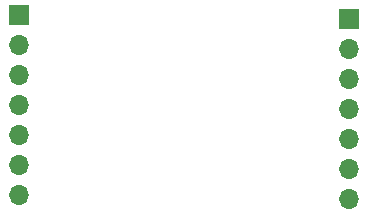
<source format=gbr>
%TF.GenerationSoftware,KiCad,Pcbnew,6.0.5-a6ca702e91~116~ubuntu20.04.1*%
%TF.CreationDate,2022-05-08T08:16:30-05:00*%
%TF.ProjectId,RFM69HW_Shield_v001,52464d36-3948-4575-9f53-6869656c645f,rev?*%
%TF.SameCoordinates,Original*%
%TF.FileFunction,Soldermask,Bot*%
%TF.FilePolarity,Negative*%
%FSLAX46Y46*%
G04 Gerber Fmt 4.6, Leading zero omitted, Abs format (unit mm)*
G04 Created by KiCad (PCBNEW 6.0.5-a6ca702e91~116~ubuntu20.04.1) date 2022-05-08 08:16:30*
%MOMM*%
%LPD*%
G01*
G04 APERTURE LIST*
%ADD10R,1.700000X1.700000*%
%ADD11O,1.700000X1.700000*%
G04 APERTURE END LIST*
D10*
%TO.C,J1*%
X139700000Y-78300000D03*
D11*
X139700000Y-80840000D03*
X139700000Y-83380000D03*
X139700000Y-85920000D03*
X139700000Y-88460000D03*
X139700000Y-91000000D03*
X139700000Y-93540000D03*
%TD*%
D10*
%TO.C,J2*%
X167640000Y-78600000D03*
D11*
X167640000Y-81140000D03*
X167640000Y-83680000D03*
X167640000Y-86220000D03*
X167640000Y-88760000D03*
X167640000Y-91300000D03*
X167640000Y-93840000D03*
%TD*%
M02*

</source>
